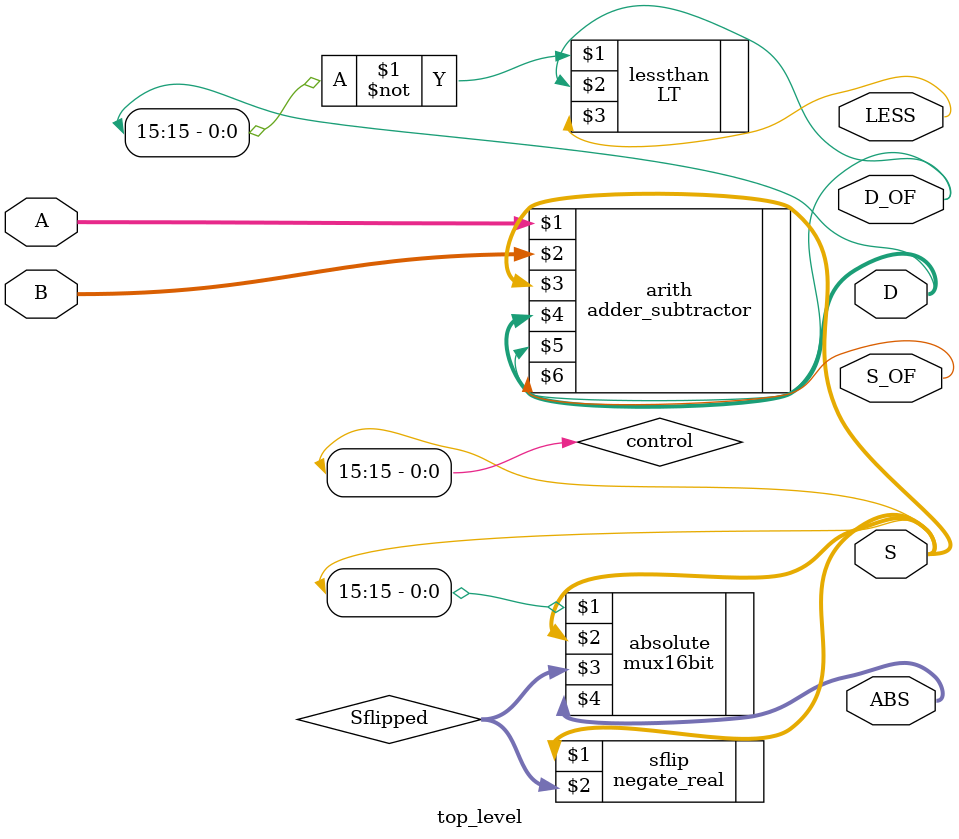
<source format=sv>
module top_level(
			input logic[15:0] A,
			input logic[15:0] B,
			output logic[15:0] S, D, ABS, 
			output logic S_OF, D_OF, LESS);

	logic [15:0] Sflipped;
	
	adder_subtractor arith(A[15:0],B[15:0],S[15:0],D[15:0],
				D_OF,S_OF);
	
	LT lessthan(~D[15],D_OF,LESS);
	
	negate_real sflip(S,Sflipped);
	assign control = S[15];

	mux16bit absolute(control, S, Sflipped, ABS);

endmodule

	

</source>
